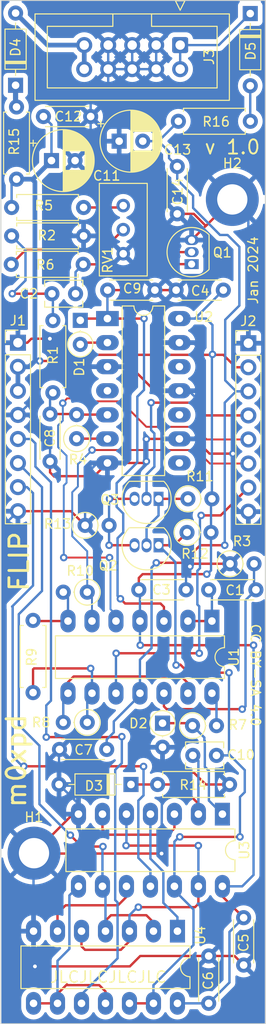
<source format=kicad_pcb>
(kicad_pcb (version 20221018) (generator pcbnew)
  (layers (0 "F.Cu" signal) (31 "B.Cu" signal) (34 "B.Paste" user) (35 "F.Paste" user) (36 "B.SilkS" user "B.Silkscreen") (37 "F.SilkS" user "F.Silkscreen") (38 "B.Mask" user) (39 "F.Mask" user) (44 "Edge.Cuts" user))
  (net 0 "")
  (net 1 "dInput")
  (net 2 "GND")
  (net 3 "Net-(D5-K)")
  (net 4 "Net-(D5-A)")
  (net 5 "Net-(U1A--)")
  (net 6 "CLK")
  (net 7 "Net-(Q1-B)")
  (net 8 "Input")
  (net 9 "Net-(C8-Pad1)")
  (net 10 "Net-(D1-K)")
  (net 11 "Net-(C2-Pad1)")
  (net 12 "+12V")
  (net 13 "Net-(D1-A)")
  (net 14 "Net-(D4-K)")
  (net 15 "CV-")
  (net 16 "Net-(D4-A)")
  (net 17 "Net-(Q2-B)")
  (net 18 "Thres")
  (net 19 "Saw")
  (net 20 "P")
  (net 21 "Net-(Q2-E)")
  (net 22 "Net-(R4-Pad1)")
  (net 23 "-12V")
  (net 24 "Net-(R5-Pad1)")
  (net 25 "Net-(R6-Pad2)")
  (net 26 "C")
  (net 27 "Q")
  (net 28 "CV+")
  (net 29 "LVL")
  (net 30 "_Input")
  (net 31 "Net-(R7-Pad2)")
  (net 32 "Net-(U3-Pad3)")
  (net 33 "Net-(U3-Pad4)")
  (net 34 "_Q")
  (net 35 "Net-(U3-Pad10)")
  (net 36 "Net-(U1C--)")
  (net 37 "Net-(R10-Pad2)")
  (net 42 "B")
  (footprint "Resistor_THT:R_Axial_DIN0207_L6.3mm_D2.5mm_P2.54mm_Vertical" (layer "F.Cu") (at 128.11 85.6 90)
    (fp_text reference "R4")
    (fp_text value "22k" hide)
  )
  (footprint "Capacitor_THT:C_Disc_D4.3mm_W1.9mm_P5.00mm" (layer "F.Cu") (at 143.65 69.92 180)
    (fp_text reference "C4")
    (fp_text value "100n" hide)
  )
  (footprint "Capacitor_THT:C_Disc_D4.3mm_W1.9mm_P5.00mm" (layer "F.Cu") (at 131.4 69.92)
    (fp_text reference "C9")
    (fp_text value "10n" hide)
  )
  (footprint "Package_TO_SOT_THT:TO-92_Inline" (layer "F.Cu") (at 140.29 67.18 90)
    (fp_text reference "Q1")
    (fp_text value "BC546" hide)
  )
  (footprint "Resistor_THT:R_Axial_DIN0207_L6.3mm_D2.5mm_P2.54mm_Vertical" (layer "F.Cu") (at 129.24 115.55 180)
    (fp_text reference "R8")
    (fp_text value "15k" hide)
  )
  (footprint "Package_DIP:DIP-14_W7.62mm_LongPads" (layer "F.Cu") (at 143.55 125.23 -90)
    (fp_text reference "U3")
    (fp_text value "4081" hide)
  )
  (footprint "Capacitor_THT:C_Disc_D4.3mm_W1.9mm_P5.00mm" (layer "F.Cu") (at 134.7 101.55)
    (fp_text reference "C3")
    (fp_text value "100n" hide)
  )
  (footprint "Potentiometer_THT:Potentiometer_Bourns_3296W_Vertical" (layer "F.Cu") (at 133.05 61 90)
    (fp_text reference "RV1")
    (fp_text value "10k" hide)
  )
  (footprint "Package_DIP:DIP-14_W7.62mm_LongPads" (layer "F.Cu") (at 131.375 72.925)
    (fp_text reference "U2")
    (fp_text value "40106" hide)
  )
  (footprint "Capacitor_THT:C_Disc_D4.3mm_W1.9mm_P5.00mm" (layer "F.Cu") (at 145.8 136.16 -90)
    (fp_text reference "C5")
    (fp_text value "100n" hide)
  )
  (footprint "Connector_PinHeader_2.54mm:PinHeader_1x08_P2.54mm_Vertical" (layer "F.Cu") (at 121.9 75.475)
    (fp_text reference "J1")
    (fp_text value "Conn_01x08" hide)
  )
  (footprint "Resistor_THT:R_Axial_DIN0207_L6.3mm_D2.5mm_P7.62mm_Horizontal" (layer "F.Cu") (at 121.23 64.2)
    (fp_text reference "R2")
    (fp_text value "1k" hide)
  )
  (footprint "Resistor_THT:R_Axial_DIN0207_L6.3mm_D2.5mm_P2.54mm_Vertical" (layer "F.Cu") (at 140.385 115.89)
    (fp_text reference "R7")
    (fp_text value "10k" hide)
  )
  (footprint "Diode_THT:D_DO-35_SOD27_P7.62mm_Horizontal" (layer "F.Cu") (at 121.65 48.3 90)
    (fp_text reference "D4")
    (fp_text value "D_Schottky" hide)
  )
  (footprint "Resistor_THT:R_Axial_DIN0207_L6.3mm_D2.5mm_P7.62mm_Horizontal" (layer "F.Cu") (at 128.81 67.2 180)
    (fp_text reference "R6")
    (fp_text value "1M" hide)
  )
  (footprint "Capacitor_THT:C_Disc_D4.3mm_W1.9mm_P5.00mm" (layer "F.Cu") (at 142.1 145.2 90)
    (fp_text reference "C6")
    (fp_text value "100n" hide)
  )
  (footprint "Capacitor_THT:C_Disc_D4.3mm_W1.9mm_P5.00mm" (layer "F.Cu") (at 126.3 118.4)
    (fp_text reference "C7")
    (fp_text value "100n" hide)
  )
  (footprint "Resistor_THT:R_Axial_DIN0207_L6.3mm_D2.5mm_P2.54mm_Vertical" (layer "F.Cu") (at 129.01 94.75)
    (fp_text reference "R13")
    (fp_text value "470R" hide)
  )
  (footprint "Package_TO_SOT_THT:TO-92_Inline" (layer "F.Cu") (at 136.79 96.85 180)
    (fp_text reference "Q2")
    (fp_text value "BC546" hide)
  )
  (footprint "Diode_THT:D_DO-35_SOD27_P2.54mm_Vertical_KathodeUp" (layer "F.Cu") (at 128.5 73.11 -90)
    (fp_text reference "D1")
    (fp_text value "1N4148" hide)
  )
  (footprint "Resistor_THT:R_Axial_DIN0207_L6.3mm_D2.5mm_P2.54mm_Vertical" (layer "F.Cu") (at 129.24 101.8 180)
    (fp_text reference "R10")
    (fp_text value "47k" hide)
  )
  (footprint "Package_DIP:DIP-14_W7.62mm_LongPads" (layer "F.Cu") (at 142.44 104.85 -90)
    (fp_text reference "U1")
    (fp_text value "Opamp_Quad" hide)
  )
  (footprint "Resistor_THT:R_Axial_DIN0207_L6.3mm_D2.5mm_P7.62mm_Horizontal" (layer "F.Cu") (at 121.75 58.21 90)
    (fp_text reference "R15")
    (fp_text value "10R" hide)
  )
  (footprint "Capacitor_THT:C_Disc_D3.8mm_W2.6mm_P2.50mm" (layer "F.Cu") (at 142.92 119.03 180)
    (fp_text reference "C10")
    (fp_text value "120p" hide)
  )
  (footprint "Capacitor_THT:C_Disc_D4.3mm_W1.9mm_P5.00mm" (layer "F.Cu") (at 142.1 101.55)
    (fp_text reference "C1")
    (fp_text value "220n" hide)
  )
  (footprint "MountingHole:MountingHole_3.2mm_M3_DIN965_Pad_TopBottom" (layer "F.Cu") (at 144.6 60.35)
    (fp_text reference "H2")
    (fp_text value "MountingHole_Pad" hide)
  )
  (footprint "Resistor_THT:R_Axial_DIN0207_L6.3mm_D2.5mm_P2.54mm_Vertical" (layer "F.Cu") (at 139.805 95.5)
    (fp_text reference "R12")
    (fp_text value "22k" hide)
  )
  (footprint "Resistor_THT:R_Axial_DIN0207_L6.3mm_D2.5mm_P2.54mm_Vertical" (layer "F.Cu") (at 139.9 91.95)
    (fp_text reference "R11")
    (fp_text value "22k" hide)
  )
  (footprint "Resistor_THT:R_Axial_DIN0207_L6.3mm_D2.5mm_P7.62mm_Horizontal" (layer "F.Cu") (at 123.5 104.78 -90)
    (fp_text reference "R9")
    (fp_text value "10k" hide)
  )
  (footprint "Resistor_THT:R_Axial_DIN0207_L6.3mm_D2.5mm_P7.62mm_Horizontal" (layer "F.Cu") (at 138.89 52.1)
    (fp_text reference "R16")
    (fp_text value "10R" hide)
  )
  (footprint "Package_TO_SOT_THT:TO-92_Inline" (layer "F.Cu") (at 136.79 91.95 180)
    (fp_text reference "Q3")
    (fp_text value "BC546" hide)
  )
  (footprint "Resistor_THT:R_Axial_DIN0207_L6.3mm_D2.5mm_P2.54mm_Vertical" (layer "F.Cu") (at 144.36 98.8)
    (fp_text reference "R3")
    (fp_text value "100k" hide)
  )
  (footprint "Resistor_THT:R_Axial_DIN0207_L6.3mm_D2.5mm_P7.62mm_Horizontal" (layer "F.Cu") (at 128.85 61.2 180)
    (fp_text reference "R5")
    (fp_text value "56k" hide)
  )
  (footprint "Diode_THT:D_DO-35_SOD27_P2.54mm_Vertical_AnodeUp" (layer "F.Cu") (at 137.21 115.63 -90)
    (fp_text reference "D2")
    (fp_text value "D_Schottky" hide)
  )
  (footprint "Diode_THT:D_DO-35_SOD27_P7.62mm_Horizontal" (layer "F.Cu") (at 133.87 122.1 180)
    (fp_text reference "D3")
    (fp_text value "1N4148" hide)
  )
  (footprint "Resistor_THT:R_Axial_DIN0207_L6.3mm_D2.5mm_P7.62mm_Horizontal" (layer "F.Cu") (at 125.6 80.75 90)
    (fp_text reference "R1")
    (fp_text value "100k" hide)
  )
  (footprint "Capacitor_THT:C_Disc_D4.3mm_W1.9mm_P5.00mm" (layer "F.Cu") (at 124.6 51.6)
    (fp_text reference "C12")
    (fp_text value "0.1u" hide)
  )
  (footprint "Capacitor_THT:C_Disc_D4.3mm_W1.9mm_P5.00mm" (layer "F.Cu") (at 138.77 61.87 90)
    (fp_text reference "C14")
    (fp_text value "0.1u" hide)
  )
  (footprint "Connector_PinHeader_2.54mm:PinHeader_1x08_P2.54mm_Vertical" (layer "F.Cu") (at 146.3 75.525)
    (fp_text reference "J2")
    (fp_text value "Conn_01x08" hide)
  )
  (footprint "Package_DIP:DIP-14_W7.62mm_LongPads" (layer "F.Cu") (at 138.79 137.58 -90)
    (fp_text reference "U4")
    (fp_text value "4001" hide)
  )
  (footprint "Connector_IDC:IDC-Header_2x05_P2.54mm_Vertical" (layer "F.Cu") (at 139.08 44.06 -90)
    (fp_text reference "J3")
    (fp_text value "Conn_02x05_Odd_Even" hide)
  )
  (footprint "MountingHole:MountingHole_3.2mm_M3_DIN965_Pad_TopBottom" (layer "F.Cu") (at 123.6 129.35)
    (fp_text reference "H1")
    (fp_text value "MountingHole_Pad" hide)
  )
  (footprint "Diode_THT:D_DO-35_SOD27_P7.62mm_Horizontal" (layer "F.Cu") (at 146.5 40.73 -90)
    (fp_text reference "D5")
    (fp_text value "D_Schottky" hide)
  )
  (footprint "Capacitor_THT:C_Disc_D3.8mm_W2.6mm_P2.50mm" (layer "F.Cu") (at 125.5 70.3)
    (fp_text reference "C2")
    (fp_text value "1n" hide)
  )
  (footprint "Capacitor_THT:CP_Radial_D6.3mm_P2.50mm" (layer "F.Cu") (at 125.45 56.25)
    (fp_text reference "C11")
    (fp_text value "10u" hide)
  )
  (footprint "Capacitor_THT:CP_Radial_D6.3mm_P2.50mm" (layer "F.Cu") (at 132.617621 54.2)
    (fp_text reference "C13")
    (fp_text value "10u" hide)
  )
  (footprint "Resistor_THT:R_Axial_DIN0207_L6.3mm_D2.5mm_P7.62mm_Horizontal" (layer "F.Cu") (at 144.31 122.1 180)
    (fp_text reference "R14")
    (fp_text value "100k" hide)
  )
  (footprint "Capacitor_THT:C_Disc_D4.3mm_W1.9mm_P5.00mm" (layer "F.Cu") (at 125.3 83 -90)
    (fp_text reference "C8")
    (fp_text value "100n" hide)
  )
  (gr_rect (start 120.1 39.35) (end 148.1 147.35) (stroke (width 0.1)) (fill none) (layer "Edge.Cuts"))
  (gr_text "m0xpd" (at 122.9 124.7 90) (layer "F.SilkS") (effects (font (size 2 2) (thickness 0.3)) (justify left bottom)))
  (gr_text "CC BY-SA 4.0" (at 146.475 105.05 -90) (layer "F.SilkS") (effects (font (size 1 1)) (justify left bottom)))
  (gr_text "JLCJLCJLCJLC" (at 125.2 143.125) (layer "F.SilkS") (effects (font (size 1.2 1.2)) (justify left bottom)))
  (gr_text "Jan 2024" (at 147.4 71.5 90) (layer "F.SilkS") (effects (font (size 1 1)) (justify left bottom)))
  (gr_text "FLIP" (at 123.2 101.9 90) (layer "F.SilkS") (effects (font (size 2 2) (thickness 0.3)) (justify left bottom)))
  (gr_text "v 1.0" (at 141.55 55.7) (layer "F.SilkS") (effects (font (size 1.5 1.5) (thickness 0.2)) (justify left bottom)))
  (segment (start 141.01 124.13) (end 141.01 125.23) (width 0.25) (layer "F.Cu") (net 1))
  (segment (start 136.69 122.1) (end 138.98 122.1) (width 0.25) (layer "F.Cu") (net 1))
  (segment (start 133.87 122.1) (end 136.69 122.1) (width 0.25) (layer "F.Cu") (net 1))
  (segment (start 138.98 122.1) (end 141.01 124.13) (width 0.25) (layer "F.Cu") (net 1))
  (segment (start 141.01 119.61) (end 141 119.61) (width 0.25) (layer "B.Cu") (net 1))
  (segment (start 141.01 119.61) (end 140.65 119.25) (width 0.25) (layer "B.Cu") (net 1))
  (segment (start 141.01 125.23) (end 141.01 119.61) (width 0.25) (layer "B.Cu") (net 1))
  (segment (start 141 119.61) (end 140.42 119.03) (width 0.25) (layer "B.Cu") (net 1))
  (segment (start 127.72 125.23) (end 128.31 125.23) (width 0.25) (layer "F.Cu") (net 2))
  (segment (start 136.385 80.545) (end 138.995 80.545) (width 0.25) (layer "F.Cu") (net 2))
  (segment (start 140.41 98.79) (end 140.42 98.8) (width 0.25) (layer "F.Cu") (net 2))
  (segment (start 140.42 98.8) (end 144.36 98.8) (width 0.25) (layer "F.Cu") (net 2))
  (segment (start 144.67 87.18) (end 142.19 87.18) (width 0.25) (layer "F.Cu") (net 2))
  (segment (start 131.375 78.005) (end 133.835 78.005) (width 0.25) (layer "F.Cu") (net 2))
  (segment (start 131.21 88) (end 131.375 88.165) (width 0.25) (layer "F.Cu") (net 2))
  (segment (start 141.8 63.15) (end 144.6 60.35) (width 0.25) (layer "F.Cu") (net 2))
  (segment (start 133.835 78.005) (end 136.38 80.55) (width 0.25) (layer "F.Cu") (net 2))
  (segment (start 140.625 85.625) (end 138.995 85.625) (width 0.25) (layer "F.Cu") (net 2))
  (segment (start 136.85 118.5) (end 137.24 118.5) (width 0.25) (layer "F.Cu") (net 2))
  (segment (start 135.5 88) (end 135.55 88) (width 0.25) (layer "F.Cu") (net 2))
  (segment (start 131.375 88.165) (end 135.385 88.165) (width 0.25) (layer "F.Cu") (net 2))
  (segment (start 123.6 129.35) (end 127.72 125.23) (width 0.25) (layer "F.Cu") (net 2))
  (segment (start 129.98 89.56) (end 125.78 89.56) (width 0.25) (layer "F.Cu") (net 2))
  (segment (start 140.52 61.87) (end 138.77 61.87) (width 0.25) (layer "F.Cu") (net 2))
  (segment (start 123.32 75.05) (end 125.28 75.05) (width 0.25) (layer "F.Cu") (net 2))
  (segment (start 140.53 120.85) (end 141.78 122.1) (width 0.25) (layer "F.Cu") (net 2))
  (segment (start 125.74 89.6) (end 125.3 89.16) (width 0.25) (layer "F.Cu") (net 2))
  (segment (start 137.21 119.79) (end 137.21 118.17) (width 0.25) (layer "F.Cu") (net 2))
  (segment (start 141.8 63.15) (end 140.52 61.87) (width 0.25) (layer "F.Cu") (net 2))
  (segment (start 141.78 122.1) (end 144.31 122.1) (width 0.25) (layer "F.Cu") (net 2))
  (segment (start 134.85 140.2) (end 142.1 140.2) (width 0.25) (layer "F.Cu") (net 2))
  (segment (start 135.5 85.65) (end 135.525 85.625) (width 0.25) (layer "F.Cu") (net 2))
  (segment (start 135.525 85.625) (end 138.995 85.625) (width 0.25) (layer "F.Cu") (net 2))
  (segment (start 141.8 63.15) (end 141.78 63.15) (width 0.25) (layer "F.Cu") (net 2))
  (segment (start 144.84 140.2) (end 145.8 141.16) (width 0.25) (layer "F.Cu") (net 2))
  (segment (start 142.1 140.2) (end 144.84 140.2) (width 0.25) (layer "F.Cu") (net 2))
  (segment (start 135.385 88.165) (end 135.5 88.05) (width 0.25) (layer "F.Cu") (net 2))
  (segment (start 122.895 75.475) (end 123.32 75.05) (width 0.25) (layer "F.Cu") (net 2))
  (segment (start 140.63 85.62) (end 140.625 85.625) (width 0.25) (layer "F.Cu") (net 2))
  (segment (start 140.11 99.09) (end 140.41 98.79) (width 0.25) (layer "F.Cu") (net 2))
  (segment (start 121.9 75.475) (end 122.895 75.475) (width 0.25) (layer "F.Cu") (net 2))
  (segment (start 135.5 88.05) (end 135.5 88) (width 0.25) (layer "F.Cu") (net 2))
  (segment (start 131.375 88.165) (end 129.98 89.56) (width 0.25) (layer "F.Cu") (net 2))
  (segment (start 142.19 87.18) (end 140.63 85.62) (width 0.25) (layer "F.Cu") (net 2))
  (segment (start 125.3 89.16) (end 125.3 88) (width 0.25) (layer "F.Cu") (net 2))
  (segment (start 135.55 88) (end 135.5 88.05) (width 0.25) (layer "F.Cu") (net 2))
  (segment (start 138.27 120.85) (end 140.53 120.85) (width 0.25) (layer "F.Cu") (net 2))
  (segment (start 121.9 93.255) (end 127.515 93.255) (width 0.25) (layer "F.Cu") (net 2))
  (segment (start 136.4 69.92) (end 138.65 69.92) (width 0.25) (layer "F.Cu") (net 2))
  (segment (start 136.38 80.55) (end 136.385 80.545) (width 0.25) (layer "F.Cu") (net 2))
  (segment (start 123.64 129.39) (end 123.6 129.35) (width 0.25) (layer "F.Cu") (net 2))
  (segment (start 137.11 129.39) (end 123.64 129.39) (width 0.25) (layer "F.Cu") (net 2))
  (segment (start 127.515 93.255) (end 129.01 94.75) (width 0.25) (layer "F.Cu") (net 2))
  (segment (start 125.78 89.56) (end 125.74 89.6) (width 0.25) (layer "F.Cu") (net 2))
  (segment (start 141.78 63.15) (end 140.29 64.64) (width 0.25) (layer "F.Cu") (net 2))
  (segment (start 133.75 141.3) (end 123.7 141.3) (width 0.25) (layer "F.Cu") (net 2))
  (segment (start 134.85 140.2) (end 133.75 141.3) (width 0.25) (layer "F.Cu") (net 2))
  (segment (start 138.27 120.85) (end 137.21 119.79) (width 0.25) (layer "F.Cu") (net 2))
  (via (at 135.5 88) (size 0.8) (drill 0.4) (layers "F.Cu" "B.Cu") (net 2))
  (via (at 144.67 87.18) (size 0.8) (drill 0.4) (layers "F.Cu" "B.Cu") (net 2))
  (via (at 140.11 99.09) (size 0.8) (drill 0.4) (layers "F.Cu" "B.Cu") (net 2))
  (via (at 123.7 141.3) (size 0.8) (drill 0.4) (layers "F.Cu" "B.Cu") (net 2))
  (via (at 125.28 75.05) (size 0.8) (drill 0.4) (layers "F.Cu" "B.Cu") (net 2))
  (via (at 137.11 129.39) (size 0.8) (drill 0.4) (layers "F.Cu" "B.Cu") (net 2))
  (via (at 135.5 85.65) (size 0.8) (drill 0.4) (layers "F.Cu" "B.Cu") (net 2))
  (segment (start 123.55 141.15) (end 123.7 141.3) (width 0.25) (layer "B.Cu") (net 2))
  (segment (start 123.73 81.265) (end 123.73 79.46) (width 0.25) (layer "B.Cu") (net 2))
  (segment (start 131.17 64.2) (end 133.05 66.08) (width 0.25) (layer "B.Cu") (net 2))
  (segment (start 137.275 75.465) (end 138.995 75.465) (width 0.25) (layer "B.Cu") (net 2))
  (segment (start 138.09 123.01) (end 137.14 123.96) (width 0.25) (layer "B.Cu") (net 2))
  (segment (start 127.2 63.58) (end 127.2 57) (width 0.25) (layer "B.Cu") (net 2))
  (segment (start 139.995 80.545) (end 138.995 80.545) (width 0.25) (layer "B.Cu") (net 2))
  (segment (start 146.3 94.55) (end 146.3 93.305) (width 0.25) (layer "B.Cu") (net 2))
  (segment (start 126.25 122.1) (end 128.31 124.16) (width 0.25) (layer "B.Cu") (net 2))
  (segment (start 129.6 51.6) (end 129.6 50.07) (width 0.25) (layer "B.Cu") (net 2))
  (segment (start 125.33 75.05) (end 125.28 75.05) (width 0.25) (layer "B.Cu") (net 2))
  (segment (start 121.9 83.095) (end 122.945 83.095) (width 0.25) (layer "B.Cu") (net 2))
  (segment (start 120.57 126.32) (end 123.6 129.35) (width 0.25) (layer "B.Cu") (net 2))
  (segment (start 125.58 77.61) (end 125.58 76.86) (width 0.25) (layer "B.Cu") (net 2))
  (segment (start 136.54 46.6) (end 134 46.6) (width 0.25) (layer "B.Cu") (net 2))
  (segment (start 136.14 64.5) (end 138.77 61.87) (width 0.25) (layer "B.Cu") (net 2))
  (segment (start 145.475 93.305) (end 145.42 93.25) (width 0.25) (layer "B.Cu") (net 2))
  (segment (start 137.11 129.39) (end 137.14 129.37) (width 0.25) (layer "B.Cu") (net 2))
  (segment (start 141.25 81.8) (end 139.995 80.545) (width 0.25) (layer "B.Cu") (net 2))
  (segment (start 123.715 81.28) (end 123.73 81.265) (width 0.25) (layer "B.Cu") (net 2))
  (segment (start 129.6 51.6) (end 129.6 53.8) (width 0.25) (layer "B.Cu") (net 2))
  (segment (start 137.14 123.96) (end 137.11 129.39) (width 0.25) (layer "B.Cu") (net 2))
  (segment (start 129.6 50.07) (end 131.46 48.21) (width 0.25) (layer "B.Cu") (net 2))
  (segment (start 135.5 88) (end 135.5 85.65) (width 0.25) (layer "B.Cu") (net 2))
  (segment (start 123.55 129.4) (end 123.6 129.35) (width 0.25) (layer "B.Cu") (net 2))
  (segment (start 131.375 88.165) (end 130.315 88.165) (width 0.25) (layer "B.Cu") (net 2))
  (segment (start 138.09 120.88) (end 137.21 120) (width 0.25) (layer "B.Cu") (net 2))
  (segment (start 125.28 75) (end 125.35 75.07) (width 0.25) (layer "B.Cu") (net 2))
  (segment (start 144.36 98.8) (end 146.2 96.96) (width 0.25) (layer "B.Cu") (net 2))
  (segment (start 125.3 85.45) (end 125.3 88) (width 0.25) (layer "B.Cu") (net 2))
  (segment (start 144.67 87.18) (end 144.68 87.17) (width 0.25) (layer "B.Cu") (net 2))
  (segment (start 130.315 88.165) (end 129.36 89.12) (width 0.25) (layer "B.Cu") (net 2))
  (segment (start 127.82 64.2) (end 127.2 63.58) (width 0.25) (layer "B.Cu") (net 2))
  (segment (start 137.21 120) (end 137.21 118.17) (width 0.25) (layer "B.Cu") (net 2))
  (segment (start 127.2 57) (end 127.95 56.25) (width 0.25) (layer "B.Cu") (net 2))
  (segment (start 140.11 99.04) (end 140.04 99.11) (width 0.25) (layer "B.Cu") (net 2))
  (segment (start 146.3 93.305) (end 145.475 93.305) (width 0.25) (layer "B.Cu") (net 2))
  (segment (start 125.28 75.05) (end 125.28 75) (width 0.25) (layer "B.Cu") (net 2))
  (segment (start 144.68 91.56) (end 144.67 87.18) (width 0.25) (layer "B.Cu") (net 2))
  (segment (start 130 54.2) (end 127.95 56.25) (width 0.25) (layer "B.Cu") (net 2))
  (segment (start 140.11 99.09) (end 140.11 99.04) (width 0.25) (layer "B.Cu") (net 2))
  (segment (start 129.36 89.12) (end 129.36 91.85) (width 0.25) (layer "B.Cu") (net 2))
  (segment (start 126.25 118.45) (end 126.3 118.4) (width 0.25) (layer "B.Cu") (net 2))
  (segment (start 139.7 99.45) (end 140.06 99.09) (width 0.25) (layer "B.Cu") (net 2))
  (segment (start 136.55 72.11) (end 136.24 72.42) (width 0.25) (layer "B.Cu") (net 2))
  (segment (start 138.65 69.92) (end 136.55 72.02) (width 0.25) (layer "B.Cu") (net 2))
  (segment (start 125.58 76.86) (end 125.58 75.3) (width 0.25) (layer "B.Cu") (net 2))
  (segment (start 128.85 64.2) (end 131.17 64.2) (width 0.25) (layer "B.Cu") (net 2))
  (segment (start 131.46 44.06) (end 131.46 46.6) (width 0.25) (layer "B.Cu") (net 2))
  (segment (start 136.24 74.43) (end 137.275 75.465) (width 0.25) (layer "B.Cu") (net 2))
  (segment (start 123.55 137.58) (end 123.55 129.4) (width 0.25) (layer "B.Cu") (net 2))
  (segment (start 123.73 79.46) (end 125.58 77.61) (width 0.25) (layer "B.Cu") (net 2))
  (segment (start 121.9 93.255) (end 120.57 94.585) (width 0.25) (layer "B.Cu") (net 2))
  (segment (start 123.6725 81.3225) (end 123.715 81.28) (width 0.25) (layer "B.Cu") (net 2))
  (segment (start 136.14 64.5) (end 136.14 67.41) (width 0.25) (layer "B.Cu") (net 2))
  (segment (start 136.14 67.41) (end 138.65 69.92) (width 0.25) (layer "B.Cu") (net 2))
  (segment (start 136.24 72.42) (end 136.24 74.43) (width 0.25) (layer "B.Cu") (net 2))
  (segment (start 123.7 141.3) (end 123.65 141.25) (width 0.25) (layer "B.Cu") (net 2))
  (segment (start 128.85 64.2) (end 127.82 64.2) (width 0.25) (layer "B.Cu") (net 2))
  (segment (start 141.25 84.85) (end 141.25 81.8) (width 0.25) (layer "B.Cu") (net 2))
  (segment (start 140.455 75.465) (end 138.995 75.465) (width 0.25) (layer "B.Cu") (net 2))
  (segment (start 121.9 83.095) (end 123.6725 81.3225) (width 0.25) (layer "B.Cu") (net 2))
  (segment (start 140.525 80.545) (end 141.27 79.8) (width 0.25) (layer "B.Cu") (net 2))
  (segment (start 144.68 92.51) (end 144.68 91.56) (width 0.25) (layer "B.Cu") (net 2))
  (segment (start 138.995 85.625) (end 140.475 85.625) (width 0.25) (layer "B.Cu") (net 2))
  (segment (start 141.27 76.28) (end 140.455 75.465) (width 0.25) (layer "B.Cu") (net 2))
  (segment (start 138.09 120.88) (end 138.09 123.01) (width 0.25) (layer "B.Cu") (net 2))
  (segment (start 133.05 66.08) (end 134.63 64.5) (width 0.25) (layer "B.Cu") (net 2))
  (segment (start 134 44.06) (end 134 46.6) (width 0.25) (layer "B.Cu") (net 2))
  (segment (start 131.46 48.21) (end 131.46 46.6) (width 0.25) (layer "B.Cu") (net 2))
  (segment (start 146.2 94.65) (end 146.3 94.55) (width 0.25) (layer "B.Cu") (net 2))
  (segment (start 129.36 91.85) (end 129.01 92.2) (width 0.25) (layer "B.Cu") (net 2))
  (segment (start 146.3 75.525) (end 146.3 62.05) (width 0.25) (layer "B.Cu") (net 2))
  (segment (start 146.2 96.96) (end 146.2 94.65) (width 0.25) (layer "B.Cu") (net 2))
  (segment (start 129.01 92.2) (end 129.01 94.75) (width 0.25) (layer "B.Cu") (net 2))
  (segment (start 145.42 93.25) (end 144.68 92.51) (width 0.25) (layer "B.Cu") (net 2))
  (segment (start 134.63 64.5) (end 136.14 64.5) (width 0.25) (layer "B.Cu") (net 2))
  (segment (start 146.3 62.05) (end 144.6 60.35) (width 0.25) (layer "B.Cu") (net 2))
  (segment (start 122.945 83.095) (end 125.3 85.45) (width 0.25) (layer "B.Cu") (net 2))
  (segment (start 125.58 75.3) (end 125.33 75.05) (width 0.25) (layer "B.Cu") (net 2))
  (segment (start 126.25 122.1) (end 126.25 118.45) (width 0.25) (layer "B.Cu") (net 2))
  (segment (start 140.475 85.625) (end 141.25 84.85) (width 0.25) (layer "B.Cu") (net 2))
  (segment (start 120.57 94.585) (end 120.57 126.32) (width 0.25) (layer "B.Cu") (net 2))
  (segment (start 141.27 79.8) (end 141.27 76.28) (width 0.25) (layer "B.Cu") (net 2))
  (segment (start 134 46.6) (end 131.46 46.6) (width 0.25) (layer "B.Cu") (net 2))
  (segment (start 139.7 101.55) (end 139.7 99.45) (width 0.25) (layer "B.Cu") (net 2))
  (segment (start 138.995 80.545) (end 140.525 80.545) (width 0.25) (layer "B.Cu") (net 2))
  (segment (start 128.31 124.16) (end 128.31 125.23) (width 0.25) (layer "B.Cu") (net 2))
  (segment (start 140.06 99.09) (end 140.11 99.09) (width 0.25) (layer "B.Cu") (net 2))
  (segment (start 132.617621 54.2) (end 130 54.2) (width 0.25) (layer "B.Cu") (net 2))
  (segment (start 136.55 72.02) (end 136.55 72.11) (width 0.25) (layer "B.Cu") (net 2))
  (segment (start 129.6 53.8) (end 130 54.2) (width 0.25) (layer "B.Cu") (net 2))
  (segment (start 136.54 44.06) (end 136.54 46.6) (width 0.25) (layer "B.Cu") (net 2))
  (segment (start 123.55 137.58) (end 123.55 141.15) (width 0.25) (layer "B.Cu") (net 2))
  (segment (start 143.17 44.06) (end 146.5 40.73) (width 0.25) (layer "B.Cu") (net 3))
  (segment (start 139.08 44.06) (end 143.17 44.06) (width 0.25) (layer "B.Cu") (net 3))
  (segment (start 139.08 44.06) (end 139.08 46.6) (width 0.25) (layer "B.Cu") (net 3))
  (segment (start 146.5 52.09) (end 146.51 52.1) (width 0.25) (layer "B.Cu") (net 4))
  (segment (start 146.5 48.35) (end 146.5 52.09) (width 0.25) (layer "B.Cu") (net 4))
  (segment (start 142.44 104.85) (end 139.9 104.85) (width 0.25) (layer "F.Cu") (net 5))
  (segment (start 142.44 101.89) (end 142.1 101.55) (width 0.25) (layer "B.Cu") (net 5))
  (segment (start 142.44 104.85) (end 142.44 101.89) (width 0.25) (layer "B.Cu") (net 5))
  (segment (start 146.3 83.145) (end 141.795 83.145) (width 0.25) (layer "F.Cu") (net 6))
  (segment (start 136 81.8) (end 136.05 81.8) (width 0.25) (layer "F.Cu") (net 6))
  (segment (start 140.45 81.8) (end 136 81.8) (width 0.25) (layer "F.Cu") (net 6))
  (segment (start 141.795 83.145) (end 140.45 81.8) (width 0.25) (layer "F.Cu") (net 6))
  (via (at 136 81.8) (size 0.8) (drill 0.4) (layers "F.Cu" "B.Cu") (net 6))
  (segment (start 136 81.8) (end 136 84.7) (width 0.25) (layer "B.Cu") (net 6))
  (segment (start 135.52 89.38) (end 135.52 91.95) (width 0.25) (layer "B.Cu") (net 6))
  (segment (start 136 84.7) (end 136.35 85.05) (width 0.25) (layer "B.Cu") (net 6))
  (segment (start 136.35 85.05) (end 136.35 88.55) (width 0.25) (layer "B.Cu") (net 6))
  (segment (start 136.35 88.55) (end 135.52 89.38) (width 0.25) (layer "B.Cu") (net 6))
  (segment (start 131.95 67.5) (end 133.95 67.5) (width 0.25) (layer "F.Cu") (net 7))
  (segment (start 133.95 67.5) (end 135.54 65.91) (width 0.25) (layer "F.Cu") (net 7))
  (segment (start 128.81 67.2) (end 131.65 67.2) (width 0.25) (layer "F.Cu") (net 7))
  (segment (start 131.65 67.2) (end 131.95 67.5) (width 0.25) (layer "F.Cu") (net 7))
  (segment (start 135.54 65.91) (end 140.29 65.91) (width 0.25) (layer "F.Cu") (net 7))
  (segment (start 128 70.3) (end 128 68.01) (width 0.25) (layer "B.Cu") (net 7))
  (segment (start 128 68.01) (end 128.81 67.2) (width 0.25) (layer "B.Cu") (net 7))
  (segment (start 139.04 127.63) (end 145.41 127.63) (width 0.25) (layer "F.Cu") (net 8))
  (segment (start 145.41 127.63) (end 145.32 127.63) (width 0.25) (layer "F.Cu") (net 8))
  (segment (start 139.805 95.5) (end 138.555 96.75) (width 0.25) (layer "F.Cu") (net 8))
  (segment (start 138.5 96.75) (end 138.4 96.85) (width 0.25) (layer "F.Cu") (net 8))
  (segment (start 138.555 96.75) (end 138.5 96.75) (width 0.25) (layer "F.Cu") (net 8))
  (segment (start 133.71 145.2) (end 136.25 145.2) (width 0.25) (layer "F.Cu") (net 8))
  (segment (start 139.1 109.45) (end 138.65 109.5) (width 0.25) (layer "F.Cu") (net 8))
  (segment (start 139.35 109.7) (end 139.1 109.45) (width 0.25) (layer "F.Cu") (net 8))
  (segment (start 138.4 96.85) (end 136.79 96.85) (width 0.25) (layer "F.Cu") (net 8))
  (segment (start 139.95 110.3) (end 139.35 109.7) (width 0.25) (layer "F.Cu") (net 8))
  (segment (start 138.65 109.5) (end 138.65 109.45) (width 0.25) (layer "F.Cu") (net 8))
  (segment (start 144.25 110.3) (end 139.95 110.3) (width 0.25) (layer "F.Cu") (net 8))
  (via (at 139.04 127.63) (size 0.8) (drill 0.4) (layers "F.Cu" "B.Cu") (net 8))
  (via (at 138.65 109.5) (size 0.8) (drill 0.4) (layers "F.Cu" "B.Cu") (net 8))
  (via (at 145.41 127.63) (size 0.8) (drill 0.4) (layers "F.Cu" "B.Cu") (net 8))
  (via (at 144.25 110.3) (size 0.8) (drill 0.4) (layers "F.Cu" "B.Cu") (net 8))
  (segment (start 138.47 132.85) (end 138.47 133.27) (width 0.25) (layer "B.Cu") (net 8))
  (segment (start 145.41 123.42) (end 145.92 122.91) (width 0.25) (layer "B.Cu") (net 8))
  (segment (start 145.41 127.63) (end 145.41 123.42) (width 0.25) (layer "B.Cu") (net 8))
  (segment (start 138.47 133.27) (end 140.49 135.29) (width 0.25) (layer "B.Cu") (net 8))
  (segment (start 140.49 139.04) (end 136.25 143.28) (width 0.25) (layer "B.Cu") (net 8))
  (segment (start 138.47 128.13) (end 138.97 127.63) (width 0.25) (layer "B.Cu") (net 8))
  (segment (start 145.92 120.58) (end 144.37 119.03) (width 0.25) (layer "B.Cu") (net 8))
  (segment (start 138.575 98.635) (end 136.79 96.85) (width 0.25) (layer "B.Cu") (net 8))
  (segment (start 139.04 127.63) (end 139.04 127.56) (width 0.25) (layer "B.Cu") (net 8))
  (segment (start 144.25 110.3) (end 144.25 118.91) (width 0.25) (layer "B.Cu") (net 8))
  (segment (start 138.575 109.425) (end 138.575 98.635) (width 0.25) (layer "B.Cu") (net 8))
  (segment (start 140.49 135.29) (end 140.49 139.04) (width 0.25) (layer "B.Cu") (net 8))
  (segment (start 136.25 143.28) (end 136.25 145.2) (width 0.25) (layer "B.Cu") (net 8))
  (segment (start 138.65 109.5) (end 138.575 109.425) (width 0.25) (layer "B.Cu") (net 8))
  (segment (start 144.25 118.91) (end 144.37 119.03) (width 0.25) (layer "B.Cu") (net 8))
  (segment (start 144.37 119.03) (end 142.92 119.03) (width 0.25) (layer "B.Cu") (net 8))
  (segment (start 145.92 122.91) (end 145.92 120.58) (width 0.25) (layer "B.Cu") (net 8))
  (segment (start 138.97 127.63) (end 139.04 127.63) (width 0.25) (layer "B.Cu") (net 8))
  (segment (start 138.47 132.85) (end 138.47 128.13) (width 0.25) (layer "B.Cu") (net 8))
  (segment (start 139.04 127.56) (end 138.95 127.65) (width 0.25) (layer "B.Cu") (net 8))
  (segment (start 128.05 83) (end 128.11 83.06) (width 0.25) (layer "F.Cu") (net 9))
  (segment (start 125.3 83) (end 128.05 83) (width 0.25) (layer "F.Cu") (net 9))
  (segment (start 131.35 83.06) (end 131.375 83.085) (width 0.25) (layer "F.Cu") (net 9))
  (segment (start 128.11 83.06) (end 131.35 83.06) (width 0.25) (layer "F.Cu") (net 9))
  (segment (start 125.54 82.76) (end 125.3 83) (width 0.25) (layer "F.Cu") (net 9))
  (segment (start 128.425 83.085) (end 128.1 82.76) (width 0.25) (layer "F.Cu") (net 9))
  (segment (start 125.3 81.05) (end 125.6 80.75) (width 0.25) (layer "B.Cu") (net 9))
  (segment (start 125.3 83) (end 125.3 81.05) (width 0.25) (layer "B.Cu") (net 9))
  (segment (start 135.17 72.92) (end 135.25 72.92) (width 0.25) (layer "F.Cu") (net 10))
  (segment (start 137.36 103.36) (end 137.36 104.85) (width 0.25) (layer "F.Cu") (net 10))
  (segment (start 133.25 103) (end 137 103) (width 0.25) (layer "F.Cu") (net 10))
  (segment (start 135.25 72.92) (end 135.25 73) (width 0.25) (layer "F.Cu") (net 10))
  (segment (start 128.685 72.925) (end 128.5 73.11) (width 0.25) (layer "F.Cu") (net 10))
  (segment (start 135.175 72.925) (end 135.17 72.92) (width 0.25) (layer "F.Cu") (net 10))
  (segment (start 135.25 73) (end 135.18 72.93) (width 0.25) (layer "F.Cu") (net 10))
  (segment (start 137 103) (end 137.36 103.36) (width 0.25) (layer "F.Cu") (net 10))
  (segment (start 133.53 69.92) (end 131.4 69.92) (width 0.25) (layer "F.Cu") (net 10))
  (segment (start 131.375 72.925) (end 135.175 72.925) (width 0.25) (layer "F.Cu") (net 10))
  (segment (start 133.53 69.92) (end 136.27 67.18) (width 0.25) (layer "F.Cu") (net 10))
  (segment (start 131.375 72.925) (end 128.685 72.925) (width 0.25) (layer "F.Cu") (net 10))
  (segment (start 132.75 102.5) (end 133.25 103) (width 0.25) (layer "F.Cu") (net 10))
  (segment (start 136.27 67.18) (end 140.29 67.18) (width 0.25) (layer "F.Cu") (net 10))
  (via (at 135.25 72.92) (size 0.8) (drill 0.4) (layers "F.Cu" "B.Cu") (net 10))
  (via (at 132.75 102.5) (size 0.8) (drill 0.4) (layers "F.Cu" "B.Cu") (net 10))
  (segment (start 133.05 95.5) (end 132.45 96.1) (width 0.25) (layer "B.Cu") (net 10))
  (segment (start 132.45 102.2) (end 132.75 102.5) (width 0.25) (layer "B.Cu") (net 10))
  (segment (start 133.05 93.5) (end 133.05 95.5) (width 0.25) (layer "B.Cu") (net 10))
  (segment (start 134.54 81.17) (end 134.54 88.11) (width 0.25) (layer "B.Cu") (net 10))
  (segment (start 132.45 96.1) (end 132.45 102.2) (width 0.25) (layer "B.Cu") (net 10))
  (segment (start 131.375 72.925) (end 131.375 69.945) (width 0.25) (layer "B.Cu") (net 10))
  (segment (start 134.54 88.11) (end 132.35 90.3) (width 0.25) (layer "B.Cu") (net 10))
  (segment (start 135.25 80.46) (end 134.54 81.17) (width 0.25) (layer "B.Cu") (net 10))
  (segment (start 132.35 92.8) (end 133.05 93.5) (width 0.25) (layer "B.Cu") (net 10))
  (segment (start 135.25 72.92) (end 135.25 80.46) (width 0.25) (layer "B.Cu") (net 10))
  (segment (start 131.375 69.945) (end 131.4 69.92) (width 0.25) (layer "B.Cu") (net 10))
  (segment (start 132.35 90.3) (end 132.35 92.8) (width 0.25) (layer "B.Cu") (net 10))
  (segment (start 125.5 70.3) (end 121.3 70.3) (width 0.25) (layer "F.Cu") (net 11))
  (via (at 121.3 70.3) (size 0.8) (drill 0.4) (layers "F.Cu" "B.Cu") (net 11))
  (segment (start 121.3 70.3) (end 122.7 68.9) (width 0.25) (layer "B.Cu") (net 11))
  (segment (start 122.7 68.9) (end 122.7 65.67) (width 0.25) (layer "B.Cu") (net 11))
  (segment (start 122.7 65.67) (end 121.23 64.2) (width 0.25) (layer "B.Cu") (net 11))
  (segment (start 125.6 70.4) (end 125.5 70.3) (width 0.25) (layer "B.Cu") (net 11))
  (segment (start 125.6 73.13) (end 125.6 70.4) (width 0.25) (layer "B.Cu") (net 11))
  (segment (start 124.2 77.4) (end 129.35 77.4) (width 0.25) (layer "F.Cu") (net 12))
  (segment (start 130 76.75) (end 143.65 76.75) (width 0.25) (layer "F.Cu") (net 12))
  (segment (start 135.1 99.9) (end 134.7 100.3) (width 0.25) (layer "F.Cu") (net 12))
  (segment (start 141.9 99.9) (end 135.1 99.9) (width 0.25) (layer "F.Cu") (net 12))
  (segment (start 143.55 132.85) (end 143.55 133.91) (width 0.25) (layer "F.Cu") (net 12))
  (segment (start 146.85 107.4) (end 135.6 107.4) (width 0.25) (layer "F.Cu") (net 12))
  (segment (start 135.6 107.4) (end 134.85 107.4) (width 0.25) (layer "F.Cu") (net 12))
  (segment (start 144.965 78.065) (end 146.3 78.065) (width 0.25) (layer "F.Cu") (net 12))
  (segment (start 134.7 100.3) (end 134.7 101.55) (width 0.25) (layer "F.Cu") (net 12))
  (segment (start 143.55 133.91) (end 145.8 136.16) (width 0.25) (layer "F.Cu") (net 12))
  (segment (start 129.35 77.4) (end 130 76.75) (width 0.25) (layer "F.Cu") (net 12))
  (segment (start 143.65 76.75) (end 144.965 78.065) (width 0.25) (layer "F.Cu") (net 12))
  (via (at 141.9 99.9) (size 0.8) (drill 0.4) (layers "F.Cu" "B.Cu") (net 12))
  (via (at 142.5 76.7) (size 0.8) (drill 0.4) (layers "F.Cu" "B.Cu") (net 12))
  (via (at 146.85 107.4) (size 0.8) (drill 0.4) (layers "F.Cu" "B.Cu") (net 12))
  (via (at 134.85 107.4) (size 0.8) (drill 0.4) (layers "F.Cu" "B.Cu") (net 12))
  (via (at 124.2 77.4) (size 0.8) (drill 0.4) (layers "F.Cu" "B.Cu") (net 12))
  (segment (start 142.44 76.76) (end 142.5 76.7) (width 0.25) (layer "B.Cu") (net 12))
  (segment (start 121.9 78.015) (end 121.9 80.555) (width 0.5) (layer "B.Cu") (net 12))
  (segment (start 123.085 78.015) (end 123.7 77.4) (width 0.5) (layer "B.Cu") (net 12))
  (segment (start 142.1 145.2) (end 144.3 143) (width 0.25) (layer "B.Cu") (net 12))
  (segment (start 144.3 143) (end 144.3 137.66) (width 0.25) (layer "B.Cu") (net 12))
  (segment (start 121.23 61.2) (end 121.23 58.73) (width 0.25) (layer "B.Cu") (net 12))
  (segment (start 138.995 72.925) (end 140.645 72.925) (width 0.25) (layer "B.Cu") (net 12))
  (segment (start 134.82 107.37) (end 134.82 104.85) (width 0.25) (layer "B.Cu") (net 12))
  (segment (start 121.9 78.015) (end 123.085 78.015) (width 0.5) (layer "B.Cu") (net 12))
  (segment (start 142.44 91.95) (end 142.44 76.76) (width 0.25) (layer "B.Cu") (net 12))
  (segment (start 141.95 99.9) (end 141.9 99.9) (width 0.25) (layer "B.Cu") (net 12))
  (segment (start 146.85 124.65) (end 146.85 107.4) (width 0.25) (layer "B.Cu") (net 12))
  (segment (start 138.79 145.2) (end 142.1 145.2) (width 0.25) (layer "B.Cu") (net 12))
  (segment (start 125.45 52.45) (end 124.6 51.6) (width 0.25) (layer "B.Cu") (net 12))
  (segment (start 144.3 137.66) (end 145.8 136.16) (width 0.25) (layer "B.Cu") (net 12))
  (segment (start 146.85 131.65) (end 146.85 124.65) (width 0.25) (layer "B.Cu") (net 12))
  (segment (start 142.5 76.7) (end 142.5 76.65) (width 0.25) (layer "B.Cu") (net 12))
  (segment (start 123.49 58.21) (end 125.45 56.25) (width 0.5) (layer "B.Cu") (net 12))
  (segment (start 142 73.1) (end 142.5 73.6) (width 0.25) (layer "B.Cu") (net 12))
  (segment (start 141.825 72.925) (end 142 73.1) (width 0.25) (layer "B.Cu") (net 12))
  (segment (start 140.645 72.925) (end 141.825 72.925) (width 0.25) (layer "B.Cu") (net 12))
  (segment (start 123.7 58.51) (end 123.4 58.21) (width 0.5) (layer "B.Cu") (net 12))
  (segment (start 142.345 99.505) (end 141.95 99.9) (width 0.25) (layer "B.Cu") (net 12))
  (segment (start 142.345 95.5) (end 142.345 92.045) (width 0.25) (layer "B.Cu") (net 12))
  (segment (start 145.65 132.85) (end 146.85 131.65) (width 0.25) (layer "B.Cu") (net 12))
  (segment (start 123.7 77.4) (end 124.2 77.4) (width 0.5) (layer "B.Cu") (net 12))
  (segment (start 134.82 101.67) (end 134.7 101.55) (width 0.25) (layer "B.Cu") (net 12))
  (segment (start 142.345 95.5) (end 142.345 99.505) (width 0.25) (layer "B.Cu") (net 12))
  (segment (start 121.23 58.73) (end 121.75 58.21) (width 0.25) (layer "B.Cu") (net 12))
  (segment (start 134.85 107.4) (end 134.82 107.37) (width 0.25) (layer "B.Cu") (net 12))
  (segment (start 142.345 92.045) (end 142.44 91.95) (width 0.25) (layer "B.Cu") (net 12))
  (segment (start 143.55 132.85) (end 145.65 132.85) (width 0.25) (layer "B.Cu") (net 12))
  (segment (start 124.2 77.4) (end 124.1 77.4) (width 0.25) (layer "B.Cu") (net 12))
  (segment (start 123.7 77.4) (end 123.7 58.51) (width 0.5) (layer "B.Cu") (net 12))
  (segment (start 140.645 72.925) (end 143.65 69.92) (width 0.25) (layer "B.Cu") (net 12))
  (segment (start 123.4 58.21) (end 123.49 58.21) (width 0.25) (layer "B.Cu") (net 12))
  (segment (start 134.82 104.85) (end 134.82 101.67) (width 0.25) (layer "B.Cu") (net 12))
  (segment (start 141.9 99.9) (end 141.9 99.95) (width 0.25) (layer "B.Cu") (net 12))
  (segment (start 141.9 99.95) (end 141.95 99.9) (width 0.25) (layer "B.Cu") (net 12))
  (segment (start 142.5 73.6) (end 142.5 76.7) (width 0.25) (layer "B.Cu") (net 12))
  (segment (start 121.75 58.21) (end 123.4 58.21) (width 0.5) (layer "B.Cu") (net 12))
  (segment (start 125.45 56.25) (end 125.45 52.45) (width 0.25) (layer "B.Cu") (net 12))
  (segment (start 128.685 75.465) (end 128.5 75.65) (width 0.25) (layer "F.Cu") (net 13))
  (segment (start 131.375 75.465) (end 128.685 75.465) (width 0.25) (layer "F.Cu") (net 13))
  (segment (start 121.65 48.3) (end 121.65 50.49) (width 0.55) (layer "B.Cu") (net 14))
  (segment (start 121.65 50.49) (end 121.75 50.59) (width 0.25) (layer "B.Cu") (net 14))
  (segment (start 140.8 86.8) (end 129.75 86.8) (width 0.2) (layer "F.Cu") (net 15))
  (segment (start 146.3 88.225) (end 142.225 88.225) (width 0.2) (layer "F.Cu") (net 15))
  (segment (start 142.225 88.225) (end 140.8 86.8) (width 0.2) (layer "F.Cu") (net 15))
  (via (at 129.75 86.8) (size 0.8) (drill 0.4) (layers "F.Cu" "B.Cu") (net 15))
  (segment (start 129.74 102.3) (end 129.24 101.8) (width 0.2) (layer "B.Cu") (net 15))
  (segment (start 128.3 88.25) (end 129.75 86.8) (width 0.2) (layer "B.Cu") (net 15))
  (segment (start 128.25 90.65) (end 128.25 88.25) (width 0.2) (layer "B.Cu") (net 15))
  (segment (start 129.24 101.8) (end 129.24 97.49) (width 0.2) (layer "B.Cu") (net 15))
  (segment (start 127.65 95.9) (end 127.65 91.25) (width 0.2) (layer "B.Cu") (net 15))
  (segment (start 128.25 88.25) (end 128.3 88.25) (width 0.2) (layer "B.Cu") (net 15))
  (segment (start 129.74 104.85) (end 129.74 102.3) (width 0.2) (layer "B.Cu") (net 15))
  (segment (start 129.24 97.49) (end 127.65 95.9) (width 0.2) (layer "B.Cu") (net 15))
  (segment (start 127.65 91.25) (end 128.25 90.65) (width 0.2) (layer "B.Cu") (net 15))
  (segment (start 125.03 44.06) (end 121.65 40.68) (width 0.5) (layer "B.Cu") (net 16))
  (segment (start 128.92 46.6) (end 128.92 44.06) (width 0.5) (layer "B.Cu") (net 16))
  (segment (start 128.92 44.06) (end 125.03 44.06) (width 0.5) (layer "B.Cu") (net 16))
  (segment (start 139.9 91.95) (end 136.79 91.95) (width 0.25) (layer "F.Cu") (net 17))
  (segment (start 136.79 93.71) (end 135.52 94.98) (width 0.25) (layer "B.Cu") (net 17))
  (segment (start 136.79 91.95) (end 136.79 93.71) (width 0.25) (layer "B.Cu") (net 17))
  (segment (start 135.52 94.98) (end 135.52 96.85) (width 0.25) (layer "B.Cu") (net 17))
  (segment (start 139.2 110.7) (end 139.9 111.4) (width 0.25) (layer "F.Cu") (net 18))
  (segment (start 127.8 110.7) (end 139.2 110.7) (width 0.25) (layer "F.Cu") (net 18))
  (segment (start 127.2 111.3) (end 127.8 110.7) (width 0.25) (layer "F.Cu") (net 18))
  (segment (start 139.9 111.4) (end 139.9 112.47) (width 0.25) (layer "F.Cu") (net 18))
  (segment (start 127.2 112.47) (end 127.2 111.3) (width 0.25) (layer "F.Cu") (net 18))
  (segment (start 126.7 112.97) (end 127.2 112.47) (width 0.25) (layer "B.Cu") (net 18))
  (segment (start 126.7 115.55) (end 126.7 112.97) (width 0.25) (layer "B.Cu") (net 18))
  (segment (start 145.65 114.15) (end 137.65 114.15) (width 0.25) (layer "F.Cu") (net 19))
  (segment (start 137.36 113.86) (end 137.36 112.47) (width 0.25) (layer "F.Cu") (net 19))
  (segment (start 137.65 114.15) (end 137.36 113.86) (width 0.25) (layer "F.Cu") (net 19))
  (via (at 145.65 114.15) (size 0.8) (drill 0.4) (layers "F.Cu" "B.Cu") (net 19))
  (segment (start 146.9 101.35) (end 147.1 101.55) (width 0.25) (layer "B.Cu") (net 19))
  (segment (start 146.9 98.8) (end 146.9 101.35) (width 0.25) (layer "B.Cu") (net 19))
  (segment (start 145.65 114.15) (end 145.65 114.2) (width 0.25) (layer "B.Cu") (net 19))
  (segment (start 145.7 114.15) (end 145.65 114.15) (width 0.25) (layer "B.Cu") (net 19))
  (segment (start 146 102.65) (end 147.1 101.55) (width 0.25) (layer "B.Cu") (net 19))
  (segment (start 145.65 114.2) (end 145.7 114.15) (width 0.25) (layer "B.Cu") (net 19))
  (segment (start 146 113.85) (end 146 102.65) (width 0.25) (layer "B.Cu") (net 19))
  (segment (start 145.7 114.15) (end 146 113.85) (width 0.25) (layer "B.Cu") (net 19))
  (segment (start 140.125 115.63) (end 140.385 115.89) (width 0.25) (layer "F.Cu") (net 20))
  (segment (start 137.264314 116.25) (end 137.22 116.205686) (width 0.25) (layer "F.Cu") (net 20))
  (segment (start 137.21 115.63) (end 140.125 115.63) (width 0.25) (layer "F.Cu") (net 20))
  (segment (start 141.69 120.25) (end 141.69 117.49) (width 0.25) (layer "B.Cu") (net 20))
  (segment (start 141.64 117.145) (end 140.385 115.89) (width 0.25) (layer "B.Cu") (net 20))
  (segment (start 141.69 117.49) (end 141.64 117.44) (width 0.25) (layer "B.Cu") (net 20))
  (segment (start 141.64 117.44) (end 141.64 117.145) (width 0.25) (layer "B.Cu") (net 20))
  (segment (start 141.71 120.25) (end 141.69 120.25) (width 0.25) (layer "B.Cu") (net 20))
  (segment (start 142.12 120.66) (end 141.71 120.25) (width 0.25) (layer "B.Cu") (net 20))
  (segment (start 143.55 125.23) (end 142.12 123.8) (width 0.25) (layer "B.Cu") (net 20))
  (segment (start 142.12 123.8) (end 142.12 120.66) (width 0.25) (layer "B.Cu") (net 20))
  (segment (start 134.25 91.95) (end 131.6 91.95) (width 0.25) (layer "F.Cu") (net 21))
  (segment (start 132.55 96.85) (end 134.25 96.85) (width 0.25) (layer "F.Cu") (net 21))
  (segment (start 132.55 96.85) (end 131.55 96.85) (width 0.25) (layer "F.Cu") (net 21))
  (via (at 131.55 96.85) (size 0.8) (drill 0.4) (layers "F.Cu" "B.Cu") (net 21))
  (via (at 131.6 91.95) (size 0.8) (drill 0.4) (layers "F.Cu" "B.Cu") (net 21))
  (segment (start 131.55 92) (end 131.6 91.95) (width 0.25) (layer "B.Cu") (net 21))
  (segment (start 131.55 96.85) (end 131.55 94.75) (width 0.25) (layer "B.Cu") (net 21))
  (segment (start 131.55 94.75) (end 131.55 92) (width 0.25) (layer "B.Cu") (net 21))
  (segment (start 131.05 85.3) (end 131.375 85.625) (width 0.25) (layer "F.Cu") (net 22))
  (segment (start 128.11 85.6) (end 131.35 85.6) (width 0.25) (layer "F.Cu") (net 22))
  (segment (start 131.35 85.6) (end 131.375 85.625) (width 0.25) (layer "F.Cu") (net 22))
  (segment (start 141 97.05) (end 140.45 97.6) (width 0.25) (layer "F.Cu") (net 23))
  (segment (start 139.75 98.35) (end 139.4 98.7) (width 0.25) (layer "F.Cu") (net 23))
  (segment (start 139.4 98.7) (end 136.55 98.7) (width 0.25) (layer "F.Cu") (net 23))
  (segment (start 136.55 98.7) (end 136.6 98.7) (width 0.25) (layer "F.Cu") (net 23))
  (segment (start 143.8 96.85) (end 141.2 96.85) (width 0.25) (layer "F.Cu") (net 23))
  (segment (start 140.45 97.6) (end 140.05 98) (width 0.25) (layer "F.Cu") (net 23))
  (segment (start 140.05 98.05) (end 139.75 98.35) (width 0.25) (layer "F.Cu") (net 23))
  (segment (start 140.05 98) (end 140.05 98.05) (width 0.25) (layer "F.Cu") (net 23))
  (segment (start 141.2 96.85) (end 141 97.05) (width 0.25) (layer "F.Cu") (net 23))
  (via (at 143.8 96.85) (size 0.8) (drill 0.4) (layers "F.Cu" "B.Cu") (net 23))
  (via (at 136.55 98.7) (size 0.8) (drill 0.4) (layers "F.Cu" "B.Cu") (net 23))
  (segment (start 137.9 55.31) (end 136.79 54.2) (width 0.25) (layer "B.Cu") (net 23))
  (segment (start 132.05 115.45) (end 134.82 112.68) (width 0.25) (layer "B.Cu") (net 23))
  (segment (start 136.55 98.7) (end 136.05 99.2) (width 0.25) (layer "B.Cu") (net 23))
  (segment (start 140.45 61.25) (end 143.3 64.1) (width 0.25) (layer "B.Cu") (net 23))
  (segment (start 136.05 99.2) (end 136.05 107.7) (width 0.25) (layer "B.Cu") (net 23))
  (segment (start 145.35 71.55) (end 143.85 73.05) (width 0.25) (layer "B.Cu") (net 23))
  (segment (start 135.117621 54.2) (end 136.79 54.2) (width 0.25) (layer "B.Cu") (net 23))
  (segment (start 143.8 81.8) (end 143.8 96.85) (width 0.25) (layer "B.Cu") (net 23))
  (segment (start 137.9 55.31) (end 137.9 56) (width 0.25) (layer "B.Cu") (net 23))
  (segment (start 144.995 80.605) (end 143.8 81.8) (width 0.25) (layer "B.Cu") (net 23))
  (segment (start 134.82 112.68) (end 134.82 112.47) (width 0.25) (layer "B.Cu") (net 23))
  (segment (start 140.45 59.95) (end 138.77 58.27) (width 0.25) (layer "B.Cu") (net 23))
  (segment (start 145.005 80.605) (end 144.995 80.605) (width 0.25) (layer "B.Cu") (net 23))
  (segment (start 143.85 79.45) (end 145.005 80.605) (width 0.25) (layer "B.Cu") (net 23))
  (segment (start 143.3 64.1) (end 144.1 64.1) (width 0.25) (layer "B.Cu") (net 23))
  (segment (start 145.005 80.605) (end 146.3 80.605) (width 0.25) (layer "B.Cu") (net 23))
  (segment (start 138.77 58.27) (end 138.77 56.87) (width 0.25) (layer "B.Cu") (net 23))
  (segment (start 134.82 108.93) (end 134.82 112.47) (width 0.25) (layer "B.Cu") (net 23))
  (segment (start 131.3 117.35) (end 132.05 116.6) (width 0.25) (layer "B.Cu") (net 23))
  (segment (start 137.9 56) (end 138.77 56.87) (width 0.25) (layer "B.Cu") (net 23))
  (segment (start 145.35 65.35) (end 145.35 71.55) (width 0.25) (layer "B.Cu") (net 23))
  (segment (start 136.79 54.2) (end 138.89 52.1) (width 0.25) (layer "B.Cu") (net 23))
  (segment (start 136.05 107.7) (end 134.82 108.93) (width 0.25) (layer "B.Cu") (net 23))
  (segment (start 143.85 73.05) (end 143.85 79.45) (width 0.25) (layer "B.Cu") (net 23))
  (segment (start 132.05 116.6) (end 132.05 115.45) (width 0.25) (layer "B.Cu") (net 23))
  (segment (start 143.8 96.85) (end 143.85 96.9) (width 0.25) (layer "B.Cu") (net 23))
  (segment (start 131.3 118.4) (end 131.3 117.35) (width 0.25) (layer "B.Cu") (net 23))
  (segment (start 144.1 64.1) (end 145.35 65.35) (width 0.25) (layer "B.Cu") (net 23))
  (segment (start 140.45 59.95) (end 140.45 61.25) (width 0.25) (layer "B.Cu") (net 23))
  (segment (start 132.85 61.2) (end 133.05 61) (width 0.25) (layer "F.Cu") (net 24))
  (segment (start 128.85 61.2) (end 132.85 61.2) (width 0.25) (layer "F.Cu") (net 24))
  (segment (start 130.99 65.6) (end 133.05 63.54) (width 0.25) (layer "F.Cu") (net 25))
  (segment (start 121.19 67.2) (end 122.79 65.6) (width 0.25) (layer "F.Cu") (net 25))
  (segment (start 122.79 65.6) (end 130.99 65.6) (width 0.25) (layer "F.Cu") (net 25))
  (segment (start 132.9 117.05) (end 132.8 117.1) (width 0.25) (layer "F.Cu") (net 26))
  (segment (start 132.8 117.1) (end 132.75 117.1) (width 0.25) (layer "F.Cu") (net 26))
  (segment (start 124.9 117.1) (end 132.7 117.1) (width 0.25) (layer "F.Cu") (net 26))
  (segment (start 132.7 117.1) (end 132.9 117.05) (width 0.25) (layer "F.Cu") (net 26))
  (via (at 124.9 117.1) (size 0.8) (drill 0.4) (layers "F.Cu" "B.Cu") (net 26))
  (via (at 132.9 117.05) (size 0.8) (drill 0.4) (layers "F.Cu" "B.Cu") (net 26))
  (segment (start 124.9 113.75) (end 125.4 113.25) (width 0.25) (layer "B.Cu") (net 26))
  (segment (start 124.9 117.1) (end 124.9 117.15) (width 0.25) (layer "B.Cu") (net 26))
  (segment (start 123.285 85.635) (end 121.9 85.635) (width 0.25) (layer "B.Cu") (net 26))
  (segment (start 132.45 140.45) (end 128.63 144.27) (width 0.25) (layer "B.Cu") (net 26))
  (segment (start 123.75 86.1) (end 123.285 85.635) (width 0.25) (layer "B.Cu") (net 26))
  (segment (start 132.2 120.55) (end 132.2 134.3) (width 0.25) (layer "B.Cu") (net 26))
  (segment (start 125.4 90.2) (end 123.75 88.55) (width 0.25) (layer "B.Cu") (net 26))
  (segment (start 125.4 113.25) (end 125.4 90.2) (width 0.25) (layer "B.Cu") (net 26))
  (segment (start 123.75 88.55) (end 123.75 86.1) (width 0.25) (layer "B.Cu") (net 26))
  (segment (start 132.45 134.55) (end 132.45 140.45) (width 0.25) (layer "B.Cu") (net 26))
  (segment (start 132.9 119.85) (end 132.2 120.55) (width 0.25) (layer "B.Cu") (net 26))
  (segment (start 124.9 117.1) (end 124.9 113.75) (width 0.25) (layer "B.Cu") (net 26))
  (segment (start 132.2 134.3) (end 132.45 134.55) (width 0.25) (layer "B.Cu") (net 26))
  (segment (start 132.9 117.05) (end 132.9 119.85) (width 0.25) (layer "B.Cu") (net 26))
  (segment (start 128.63 144.27) (end 128.63 145.2) (width 0.25) (layer "B.Cu") (net 26))
  (segment (start 131.75 135.9) (end 131.17 136.48) (width 0.25) (layer "F.Cu") (net 27))
  (segment (start 131.17 136.48) (end 131.17 137.58) (width 0.25) (layer "F.Cu") (net 27))
  (segment (start 135.5 135.9) (end 131.75 135.9) (width 0.25) (layer "F.Cu") (net 27))
  (segment (start 130.9 128.65) (end 128.65 128.65) (width 0.25) (layer "F.Cu") (net 27))
  (segment (start 128.65 128.65) (end 127.45 127.45) (width 0.25) (layer "F.Cu") (net 27))
  (segment (start 136.25 137.58) (end 136.25 136.65) (width 0.25) (layer "F.Cu") (net 27))
  (segment (start 136.25 136.65) (end 135.5 135.9) (width 0.25) (layer "F.Cu") (net 27))
  (segment (start 130.9 128.65) (end 130.85 128.75) (width 0.25) (layer "F.Cu") (net 27))
  (via (at 130.9 128.65) (size 0.8) (drill 0.4) (layers "F.Cu" "B.Cu") (net 27))
  (via (at 127.45 127.45) (size 0.8) (drill 0.4) (layers "F.Cu" "B.Cu") (net 27))
  (segment (start 121.99 104.13) (end 124.45 101.67) (width 0.25) (layer "B.Cu") (net 27))
  (segment (start 131.17 137.58) (end 131.17 133.17) (width 0.25) (layer "B.Cu") (net 27))
  (segment (start 131.17 133.17) (end 130.85 132.85) (width 0.25) (layer "B.Cu") (net 27))
  (segment (start 121.99 115.82) (end 121.99 104.13) (width 0.25) (layer "B.Cu") (net 27))
  (segment (start 124.45 90.725) (end 121.9 88.175) (width 0.25) (layer "B.Cu") (net 27))
  (segment (start 124.175 118.015) (end 124.18 118.01) (width 0.25) (layer "B.Cu") (net 27))
  (segment (start 130.85 132.85) (end 130.85 128.7) (width 0.25) (layer "B.Cu") (net 27))
  (segment (start 124.18 118.01) (end 121.99 115.82) (width 0.25) (layer "B.Cu") (net 27))
  (segment (start 124.45 101.67) (end 124.45 90.725) (width 0.25) (layer "B.Cu") (net 27))
  (segment (start 127.45 127.5) (end 127.4 127.45) (width 0.25) (layer "B.Cu") (net 27))
  (segment (start 127.45 127.45) (end 124.18 124.18) (width 0.25) (layer "B.Cu") (net 27))
  (segment (start 124.18 123.76) (end 124.175 123.755) (width 0.25) (layer "B.Cu") (net 27))
  (segment (start 127.45 127.45) (end 127.45 127.5) (width 0.25) (layer "B.Cu") (net 27))
  (segment (start 124.18 124.18) (end 124.18 123.76) (width 0.25) (layer "B.Cu") (net 27))
  (segment (start 130.85 128.7) (end 130.9 128.65) (width 0.25) (layer "B.Cu") (net 27))
  (segment (start 124.175 123.755) (end 124.175 118.015) (width 0.25) (layer "B.Cu") (net 27))
  (segment (start 127.4 127.45) (end 127.45 127.45) (width 0.25) (layer "B.Cu") (net 27))
  (segment (start 146.3 85.685) (end 141.885 85.685) (width 0.2) (layer "F.Cu") (net 28))
  (segment (start 126.65 81.85) (end 126.75 81.7) (width 0.2) (layer "F.Cu") (net 28))
  (segment (start 132.95 81.8) (end 132.81 81.66) (width 0.2) (layer "F.Cu") (net 28))
  (segment (start 140.55 84.35) (end 135.5 84.35) (width 0.2) (layer "F.Cu") (net 28))
  (segment (start 129.66 81.66) (end 129.35 81.35) (width 0.2) (layer "F.Cu") (net 28))
  (segment (start 127.1 81.35) (end 126.65 81.85) (width 0.2) (layer "F.Cu") (net 28))
  (segment (start 131.6 98.15) (end 126.75 98.15) (width 0.2) (layer "F.Cu") (net 28))
  (segment (start 132.81 81.66) (end 129.66 81.66) (width 0.2) (layer "F.Cu") (net 28))
  (segment (start 129.35 81.35) (end 127.1 81.35) (width 0.2) (layer "F.Cu") (net 28))
  (segment (start 141.885 85.685) (end 140.55 84.35) (width 0.2) (layer "F.Cu") (net 28))
  (segment (start 135.5 84.35) (end 132.95 81.8) (width 0.2) (layer "F.Cu") (net 28))
  (via (at 126.75 98.15) (size 0.8) (drill 0.4) (layers "F.Cu" "B.Cu") (net 28))
  (via (at 131.6 98.15) (size 0.8) (drill 0.4) (layers "F.Cu" "B.Cu") (net 28))
  (via (at 126.65 81.85) (size 0.8) (drill 0.4) (layers "F.Cu" "B.Cu") (net 28))
  (segment (start 132.28 104.85) (end 132.28 104.18) (width 0.2) (layer "B.Cu") (net 28))
  (segment (start 131.7 98.45) (end 131.6 98.15) (width 0.2) (layer "B.Cu") (net 28))
  (segment (start 127.05 87.4) (end 126.15 86.5) (width 0.2) (layer "B.Cu") (net 28))
  (segment (start 131.7 103.6) (end 131.7 98.45) (width 0.2) (layer "B.Cu") (net 28))
  (segment (start 126.65 83.7) (end 126.65 81.85) (width 0.2) (layer "B.Cu") (net 28))
  (segment (start 127.05 90.25) (end 127.05 87.4) (width 0.2) (layer "B.Cu") (net 28))
  (segment (start 126.75 98.15) (end 126.75 90.55) (width 0.2) (layer "B.Cu") (net 28))
  (segment (start 132.28 104.18) (end 131.7 103.6) (width 0.2) (layer "B.Cu") (net 28))
  (segment (start 126.15 86.5) (end 126.15 84.2) (width 0.2) (layer "B.Cu") (net 28))
  (segment (start 126.15 84.2) (end 126.65 83.7) (width 0.2) (layer "B.Cu") (net 28))
  (segment (start 131.6 98.15) (end 131.55 98.3) (width 0.2) (layer "B.Cu") (net 28))
  (segment (start 126.75 90.55) (end 127.05 90.25) (width 0.2) (layer "B.Cu") (net 28))
  (segment (start 141.1 108.25) (end 132.3 108.25) (width 0.25) (layer "F.Cu") (net 29))
  (segment (start 143.365 93.7) (end 141.3 93.7) (width 0.25) (layer "F.Cu") (net 29))
  (segment (start 141.3 93.7) (end 141.35 93.7) (width 0.25) (layer "F.Cu") (net 29))
  (segment (start 146.3 90.765) (end 143.365 93.7) (width 0.25) (layer "F.Cu") (net 29))
  (via (at 141.3 93.7) (size 0.8) (drill 0.4) (layers "F.Cu" "B.Cu") (net 29))
  (via (at 132.3 108.25) (size 0.8) (drill 0.4) (layers "F.Cu" "B.Cu") (net 29))
  (via (at 141.1 108.25) (size 0.8) (drill 0.4) (layers "F.Cu" "B.Cu") (net 29))
  (segment (start 141.1 103.3) (end 141.1 108.25) (width 0.25) (layer "B.Cu") (net 29))
  (segment (start 141.175 93.825) (end 141.175 99.275) (width 0.25) (layer "B.Cu") (net 29))
  (segment (start 132.28 108.27) (end 132.28 112.47) (width 0.25) (layer "B.Cu") (net 29))
  (segment (start 141.1 108.25) (end 141.1 108.2) (width 0.25) (layer "B.Cu") (net 29))
  (segment (start 132.3 108.25) (end 132.28 108.27) (width 0.25) (layer "B.Cu") (net 29))
  (segment (start 140.9 103.1) (end 141.1 103.3) (width 0.25) (layer "B.Cu") (net 29))
  (segment (start 141.3 93.7) (end 141.175 93.825) (width 0.25) (layer "B.Cu") (net 29))
  (segment (start 141.175 99.275) (end 140.9 99.55) (width 0.25) (layer "B.Cu") (net 29))
  (segment (start 140.9 99.55) (end 140.9 103.1) (width 0.25) (layer "B.Cu") (net 29))
  (segment (start 130.51 143.28) (end 127.17 143.28) (width 0.25) (layer "F.Cu") (net 30))
  (segment (start 127.17 143.28) (end 127.09 143.2) (width 0.25) (layer "F.Cu") (net 30))
  (segment (start 127.09 143.2) (end 126.09 144.2) (width 0.25) (layer "F.Cu") (net 30))
  (segment (start 126.09 144.2) (end 126.09 145.2) (width 0.25) (layer "F.Cu") (net 30))
  (segment (start 131.17 143.94) (end 130.51 143.28) (width 0.25) (layer "F.Cu") (net 30))
  (segment (start 131.17 145.2) (end 131.17 143.94) (width 0.25) (layer "F.Cu") (net 30))
  (segment (start 126.09 145.2) (end 123.55 145.2) (width 0.25) (layer "F.Cu") (net 30))
  (segment (start 126.09 145.2) (end 126.09 140.71) (width 0.25) (layer "B.Cu") (net 30))
  (segment (start 126.09 140.71) (end 127.35 139.45) (width 0.25) (layer "B.Cu") (net 30))
  (segment (start 127.35 133.81) (end 128.31 132.85) (width 0.25) (layer "B.Cu") (net 30))
  (segment (start 127.35 139.45) (end 127.35 133.81) (width 0.25) (layer "B.Cu") (net 30))
  (segment (start 142.925 112.955) (end 142.44 112.47) (width 0.25) (layer "B.Cu") (net 31))
  (segment (start 142.925 115.89) (end 142.925 112.955) (width 0.25) (layer "B.Cu") (net 31))
  (segment (start 138.47 125.23) (end 138.47 126.73) (width 0.25) (layer "F.Cu") (net 32))
  (segment (start 130.85 126.85) (end 130.85 125.23) (width 0.25) (layer "F.Cu") (net 32))
  (segment (start 137.8 127.4) (end 131.4 127.4) (width 0.25) (layer "F.Cu") (net 32))
  (segment (start 138.47 126.73) (end 137.8 127.4) (width 0.25) (layer "F.Cu") (net 32))
  (segment (start 131.4 127.4) (end 130.85 126.85) (width 0.25) (layer "F.Cu") (net 32))
  (segment (start 137.3 134.6) (end 137.3 131.3) (width 0.25) (layer "B.Cu") (net 33))
  (segment (start 137.3 131.3) (end 135.93 129.93) (width 0.25) (layer "B.Cu") (net 33))
  (segment (start 135.93 129.93) (end 135.93 125.23) (width 0.25) (layer "B.Cu") (net 33))
  (segment (start 138.79 136.09) (end 137.3 134.6) (width 0.25) (layer "B.Cu") (net 33))
  (segment (start 138.79 137.58) (end 138.79 136.09) (width 0.25) (layer "B.Cu") (net 33))
  (segment (start 129 139.55) (end 132.8 139.55) (width 0.25) (layer "F.Cu") (net 34))
  (segment (start 133.71 138.64) (end 133.71 137.58) (width 0.25) (layer "F.Cu") (net 34))
  (segment (start 134.65 135.05) (end 140.65 135.05) (width 0.25) (layer "F.Cu") (net 34))
  (segment (start 132.8 139.55) (end 133.71 138.64) (width 0.25) (layer "F.Cu") (net 34))
  (segment (start 133.35 128.55) (end 141 128.55) (width 0.25) (layer "F.Cu") (net 34))
  (segment (start 141.01 134.69) (end 141.01 132.85) (width 0.25) (layer "F.Cu") (net 34))
  (segment (start 128.63 139.18) (end 129 139.55) (width 0.25) (layer "F.Cu") (net 34))
  (segment (start 128.63 137.58) (end 128.63 139.18) (width 0.25) (layer "F.Cu") (net 34))
  (segment (start 140.65 135.05) (end 141.01 134.69) (width 0.25) (layer "F.Cu") (net 34))
  (via (at 141 128.55) (size 0.8) (drill 0.4) (layers "F.Cu" "B.Cu") (net 34))
  (via (at 133.35 128.55) (size 0.8) (drill 0.4) (layers "F.Cu" "B.Cu") (net 34))
  (via (at 134.65 135.05) (size 0.8) (drill 0.4) (layers "F.Cu" "B.Cu") (net 34))
  (segment (start 133.71 137.58) (end 133.71 135.89) (width 0.25) (layer "B.Cu") (net 34))
  (segment (start 133.35 128.55) (end 133.5 128.55) (width 0.25) (layer "B.Cu") (net 34))
  (segment (start 141 128.55) (end 141.01 128.56) (width 0.25) (layer "B.Cu") (net 34))
  (segment (start 133.39 128.44) (end 133.35 128.4) (width 0.25) (layer "B.Cu") (net 34))
  (segment (start 133.35 128.4) (end 133.35 128.55) (width 0.25) (layer "B.Cu") (net 34))
  (segment (start 134.65 134.95) (end 134.55 135.05) (width 0.25) (layer "B.Cu") (net 34))
  (segment (start 133.71 135.89) (end 134.55 135.05) (width 0.25) (layer "B.Cu") (net 34))
  (segment (start 134.55 135.05) (end 134.65 135.05) (width 0.25) (layer "B.Cu") (net 34))
  (segment (start 133.39 125.23) (end 133.39 128.44) (width 0.25) (layer "B.Cu") (net 34))
  (segment (start 134.65 135.05) (end 134.65 134.95) (width 0.25) (layer "B.Cu") (net 34))
  (segment (start 141.01 128.56) (end 141.01 132.85) (width 0.25) (layer "B.Cu") (net 34))
  (segment (start 133.5 128.55) (end 133.4 128.45) (width 0.25) (layer "B.Cu") (net 34))
  (segment (start 133.39 133.96) (end 132.5 134.85) (width 0.25) (layer "F.Cu") (net 35))
  (segment (start 133.39 132.85) (end 133.39 133.96) (width 0.25) (layer "F.Cu") (net 35))
  (segment (start 126.09 135.71) (end 126.09 137.58) (width 0.25) (layer "F.Cu") (net 35))
  (segment (start 126.95 134.85) (end 126.09 135.71) (width 0.25) (layer "F.Cu") (net 35))
  (segment (start 132.5 134.85) (end 126.95 134.85) (width 0.25) (layer "F.Cu") (net 35))
  (segment (start 129.6 109.85) (end 123.6 109.85) (width 0.25) (layer "F.Cu") (net 36))
  (segment (start 123.5 109.95) (end 123.5 112.4) (width 0.25) (layer "F.Cu") (net 36))
  (segment (start 123.6 109.85) (end 123.5 109.95) (width 0.25) (layer "F.Cu") (net 36))
  (via (at 129.6 109.85) (size 0.8) (drill 0.4) (layers "F.Cu" "B.Cu") (net 36))
  (segment (start 129.65 109.85) (end 129.6 109.85) (width 0.25) (layer "B.Cu") (net 36))
  (segment (start 129.6 109.85) (end 129.6 109.8) (width 0.25) (layer "B.Cu") (net 36))
  (segment (start 129.24 115.55) (end 129.24 112.97) (width 0.25) (layer "B.Cu") (net 36))
  (segment (start 129.24 112.97) (end 129.74 112.47) (width 0.25) (layer "B.Cu") (net 36))
  (segment (start 129.6 109.8) (end 129.6 109.8) (width 0.25) (layer "B.Cu") (net 36))
  (segment (start 129.74 109.94) (end 129.65 109.85) (width 0.25) (layer "B.Cu") (net 36))
  (segment (start 129.74 112.47) (end 129.74 109.94) (width 0.25) (layer "B.Cu") (net 36))
  (segment (start 127.2 104.85) (end 123.57 104.85) (width 0.25) (layer "F.Cu") (net 37))
  (segment (start 123.57 104.85) (end 123.5 104.78) (width 0.25) (layer "F.Cu") (net 37))
  (segment (start 127.2 102.3) (end 126.7 101.8) (width 0.25) (layer "B.Cu") (net 37))
  (segment (start 127.2 104.85) (end 127.2 102.3) (width 0.25) (layer "B.Cu") (net 37))
  (segment (start 135.18 120.18) (end 135.2 120.2) (width 0.25) (layer "F.Cu") (net 42))
  (segment (start 122.52 120.18) (end 135.18 120.18) (width 0.25) (layer "F.Cu") (net 42))
  (segment (start 135.15 120.25) (end 135.2 120.2) (width 0.25) (layer "F.Cu") (net 42))
  (via (at 135.2 120.2) (size 0.8) (drill 0.4) (layers "F.Cu" "B.Cu") (net 42))
  (via (at 122.52 120.18) (size 0.8) (drill 0.4) (layers "F.Cu" "B.Cu") (net 42))
  (segment (start 122.52 120.32) (end 122.41 120.21) (width 0.25) (layer "B.Cu") (net 42))
  (segment (start 134.65 123.8) (end 134.65 129.85) (width 0.25) (layer "B.Cu") (net 42))
  (segment (start 122.52 120.18) (end 122.52 120.32) (width 0.25) (layer "B.Cu") (net 42))
  (segment (start 121.28 103.32) (end 123.5 101.1) (width 0.25) (layer "B.Cu") (net 42))
  (segment (start 123.5 91.35) (end 123.5 95.5) (width 0.25) (layer "B.Cu") (net 42))
  (segment (start 135.2 120.2) (end 135.2 123.25) (width 0.25) (layer "B.Cu") (net 42))
  (segment (start 123.5 101.1) (end 123.5 95.5) (width 0.25) (layer "B.Cu") (net 42))
  (segment (start 121.34 119.14) (end 121.34 103.38) (width 0.25) (layer "B.Cu") (net 42))
  (segment (start 121.9 90.715) (end 122.865 90.715) (width 0.25) (layer "B.Cu") (net 42))
  (segment (start 135.93 131.13) (end 135.93 132.85) (width 0.25) (layer "B.Cu") (net 42))
  (segment (start 135.2 123.25) (end 134.65 123.8) (width 0.25) (layer "B.Cu") (net 42))
  (segment (start 121.34 103.38) (end 121.28 103.32) (width 0.25) (layer "B.Cu") (net 42))
  (segment (start 122.865 90.715) (end 123.5 91.35) (width 0.25) (layer "B.Cu") (net 42))
  (segment (start 122.38 120.18) (end 121.34 119.14) (width 0.25) (layer "B.Cu") (net 42))
  (segment (start 134.65 129.85) (end 135.93 131.13) (width 0.25) (layer "B.Cu") (net 42))
  (segment (start 122.52 120.18) (end 122.38 120.18) (width 0.25) (layer "B.Cu") (net 42))
  (zone (net 2) (net_name "GND") (layer "B.Cu") (connect_pads (clearance 0.5)) (min_thickness 0.25) (fill yes (thermal_gap 0.5) (thermal_bridge_width 0.5))
    (polygon (pts (xy 120.1 39.35) (xy 148.1 39.35) (xy 148.1 147.33) (xy 148.09 147.34) (xy 120.1 147.34)))
  )
)
</source>
